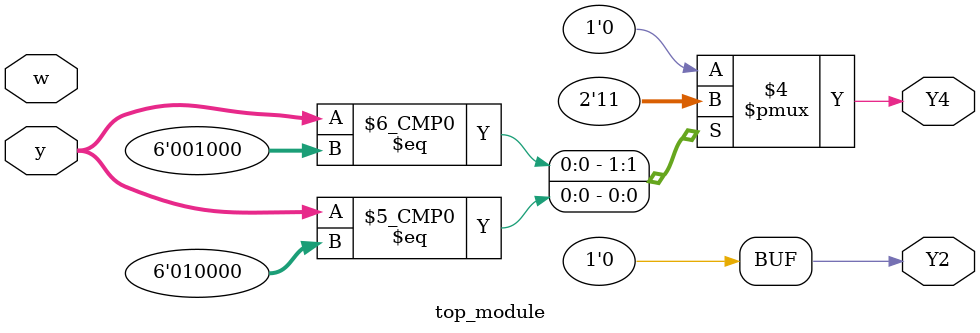
<source format=sv>
module top_module (
    input [6:1] y,
    input w,
    output reg Y2,
    output reg Y4
);

    always @(*) begin
        case(y)
            7'b000001: begin
                Y2 = 1'b0;
                Y4 = 1'b0;
            end
            7'b000010: begin
                Y2 = 1'b0;
                Y4 = 1'b0;
            end
            7'b000100: begin
                Y2 = 1'b0;
                Y4 = 1'b0;
            end
            7'b001000: begin
                Y2 = 1'b0;
                Y4 = 1'b1;
            end
            7'b010000: begin
                Y2 = 1'b0;
                Y4 = 1'b1;
            end
            7'b100000: begin
                Y2 = 1'b0;
                Y4 = 1'b0;
            end
            default: begin
                Y2 = 1'b0;
                Y4 = 1'b0;
            end
        endcase
    end
    
endmodule

</source>
